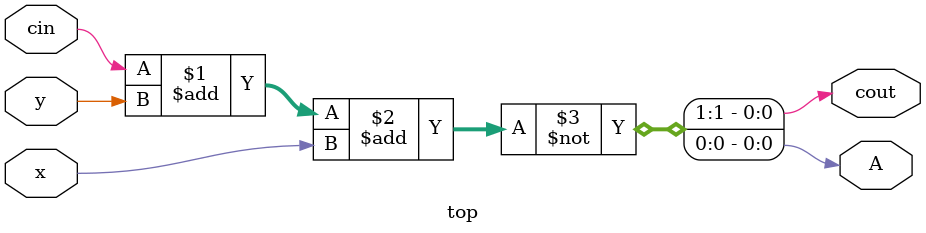
<source format=v>
module top
(
 input x,
 input y,
 input cin,

 output A,
 output cout
 );

assign {cout,A} =  ~(cin + y + x);

endmodule

</source>
